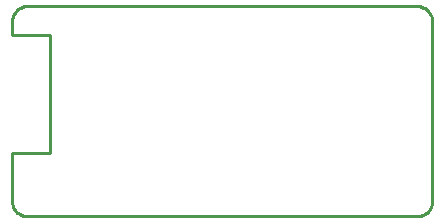
<source format=gbr>
G04 EAGLE Gerber RS-274X export*
G75*
%MOMM*%
%FSLAX34Y34*%
%LPD*%
%IN*%
%IPPOS*%
%AMOC8*
5,1,8,0,0,1.08239X$1,22.5*%
G01*
%ADD10C,0.254000*%


D10*
X0Y12700D02*
X48Y11593D01*
X193Y10495D01*
X433Y9413D01*
X766Y8356D01*
X1190Y7333D01*
X1701Y6350D01*
X2297Y5416D01*
X2971Y4537D01*
X3720Y3720D01*
X4537Y2971D01*
X5416Y2297D01*
X6350Y1701D01*
X7333Y1190D01*
X8356Y766D01*
X9413Y433D01*
X10495Y193D01*
X11593Y48D01*
X12700Y0D01*
X342900Y0D01*
X344007Y48D01*
X345105Y193D01*
X346187Y433D01*
X347244Y766D01*
X348267Y1190D01*
X349250Y1701D01*
X350184Y2297D01*
X351063Y2971D01*
X351880Y3720D01*
X352629Y4537D01*
X353303Y5416D01*
X353899Y6350D01*
X354410Y7333D01*
X354834Y8356D01*
X355167Y9413D01*
X355407Y10495D01*
X355552Y11593D01*
X355600Y12700D01*
X355600Y165100D01*
X355552Y166207D01*
X355407Y167305D01*
X355167Y168387D01*
X354834Y169444D01*
X354410Y170467D01*
X353899Y171450D01*
X353303Y172384D01*
X352629Y173263D01*
X351880Y174080D01*
X351063Y174829D01*
X350184Y175503D01*
X349250Y176099D01*
X348267Y176610D01*
X347244Y177034D01*
X346187Y177367D01*
X345105Y177607D01*
X344007Y177752D01*
X342900Y177800D01*
X12700Y177800D01*
X11593Y177752D01*
X10495Y177607D01*
X9413Y177367D01*
X8356Y177034D01*
X7333Y176610D01*
X6350Y176099D01*
X5416Y175503D01*
X4537Y174829D01*
X3720Y174080D01*
X2971Y173263D01*
X2297Y172384D01*
X1701Y171450D01*
X1190Y170467D01*
X766Y169444D01*
X433Y168387D01*
X193Y167305D01*
X48Y166207D01*
X0Y165100D01*
X0Y153670D01*
X31750Y153670D01*
X31750Y53340D01*
X0Y53340D01*
X0Y12700D01*
M02*

</source>
